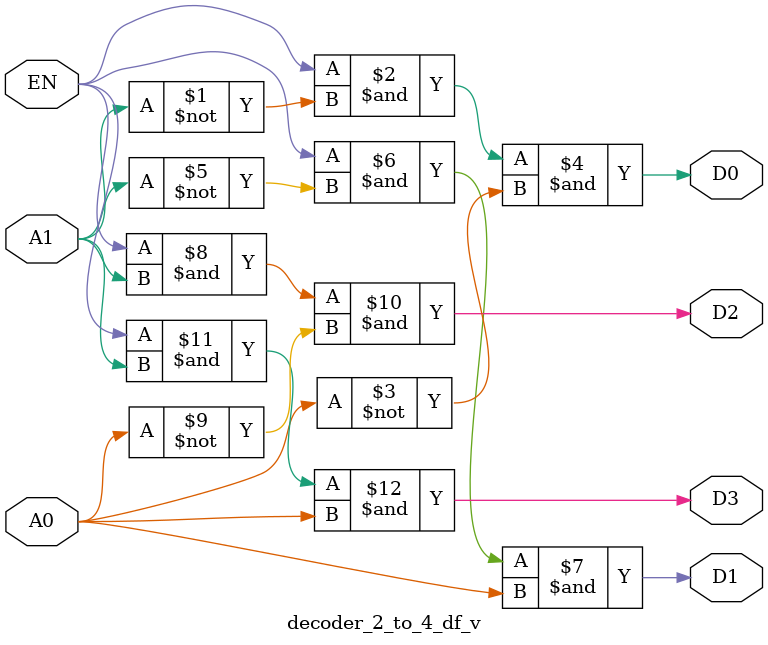
<source format=v>

module decoder_2_to_4_df_v (
    EN, A0, A1, D0, D1, D2, D3
);
    input EN, A0, A1;
    output D0, D1, D2, D3;

    assign D0 = EN & ~A1 & ~A0;
    assign D1 = EN & ~A1 & A0;
    assign D2 = EN & A1 & ~A0;
    assign D3 = EN & A1 & A0;
    
endmodule

</source>
